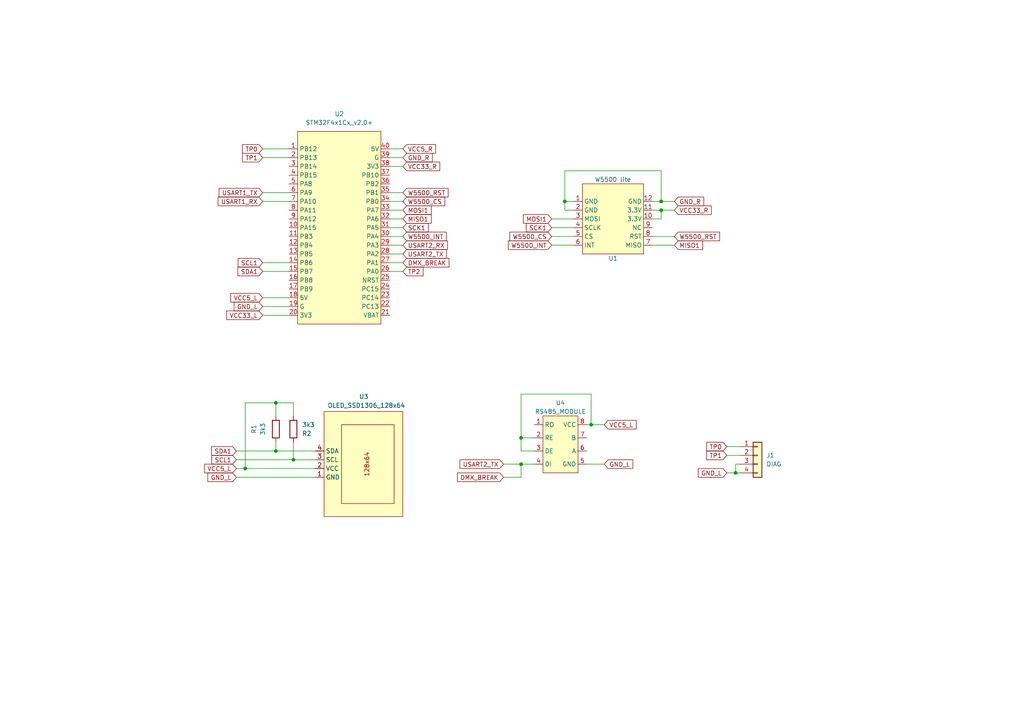
<source format=kicad_sch>
(kicad_sch (version 20231120) (generator "eeschema") (generator_version "8.0")
  (paper "A4")
  (lib_symbols
    (symbol "Connector_Generic:Conn_01x04" (pin_names (offset 1.016) hide)
      (property "Reference" "J" (at 0 5.08 0))
      (property "Value" "Conn_01x04" (at 0 -7.62 0))
      (symbol "Conn_01x04_1_1"
        (rectangle (start -1.27 -4.953) (end 0 -5.207) (stroke (width 0.1524)))
        (rectangle (start -1.27 -2.413) (end 0 -2.667) (stroke (width 0.1524)))
        (rectangle (start -1.27 0.127) (end 0 -0.127) (stroke (width 0.1524)))
        (rectangle (start -1.27 2.667) (end 0 2.413) (stroke (width 0.1524)))
        (rectangle (start -1.27 3.81) (end 1.27 -6.35) (stroke (width 0.254)) (fill (type background)))
        (pin passive line (at -5.08 2.54 0) (length 3.81) (name "Pin_1") (number "1"))
        (pin passive line (at -5.08 0 0) (length 3.81) (name "Pin_2") (number "2"))
        (pin passive line (at -5.08 -2.54 0) (length 3.81) (name "Pin_3") (number "3"))
        (pin passive line (at -5.08 -5.08 0) (length 3.81) (name "Pin_4") (number "4"))
      )
    )
    (symbol "Device:R" (pin_numbers hide) (pin_names (offset 0))
      (property "Reference" "R" (at 2.032 0 90))
      (property "Value" "R" (at 0 0 90))
      (symbol "R_0_1"
        (rectangle (start -1.016 -2.54) (end 1.016 2.54) (stroke (width 0.254)))
      )
      (symbol "R_1_1"
        (pin passive line (at 0 3.81 270) (length 1.27) (name "~") (number "1"))
        (pin passive line (at 0 -3.81 90) (length 1.27) (name "~") (number "2"))
      )
    )
    (symbol "LensRotaryDecoder:W5500"
      (property "Reference" "U" (at 0 3.81 0))
      (property "Value" "W5500" (at 0 1.27 0))
      (symbol "W5500_0_1"
        (rectangle (start -8.89 2.54) (end 8.89 -17.78) (fill (type background)))
      )
      (symbol "W5500_1_1"
        (pin passive line (at -11.43 -2.54 0) (length 2.54) (name "GND") (number "1"))
        (pin power_in line (at 11.43 -7.62 180) (length 2.54) (name "3.3V") (number "10"))
        (pin power_in line (at 11.43 -5.08 180) (length 2.54) (name "3.3V") (number "11"))
        (pin passive line (at 11.43 -2.54 180) (length 2.54) (name "GND") (number "12"))
        (pin passive line (at -11.43 -5.08 0) (length 2.54) (name "GND") (number "2"))
        (pin input line (at -11.43 -7.62 0) (length 2.54) (name "MOSI") (number "3"))
        (pin input line (at -11.43 -10.16 0) (length 2.54) (name "SCLK") (number "4"))
        (pin input line (at -11.43 -12.7 0) (length 2.54) (name "CS") (number "5"))
        (pin output line (at -11.43 -15.24 0) (length 2.54) (name "INT") (number "6"))
        (pin output line (at 11.43 -15.24 180) (length 2.54) (name "MISO") (number "7"))
        (pin input line (at 11.43 -12.7 180) (length 2.54) (name "RST") (number "8"))
        (pin free line (at 11.43 -10.16 180) (length 2.54) (name "NC") (number "9"))
      )
    )
    (symbol "New_Library:OLED_SSD1306_128x64"
      (property "Reference" "U" (at 10.668 1.778 0))
      (symbol "OLED_SSD1306_128x64_1_1"
        (rectangle (start -15.24 0) (end 15.24 -22.86) (fill (type background)))
        (rectangle (start -11.43 -5.08) (end 11.43 -20.32))
        (text "128x64" (at 0 -12.446 0) (effects (font (size 1.27 1.27))))
        (pin passive line (at -3.81 2.54 270) (length 2.54) (name "GND") (number "1"))
        (pin power_in line (at -1.27 2.54 270) (length 2.54) (name "VCC") (number "2"))
        (pin input line (at 1.27 2.54 270) (length 2.54) (name "SCL") (number "3"))
        (pin bidirectional line (at 3.81 2.54 270) (length 2.54) (name "SDA") (number "4"))
      )
    )
    (symbol "New_Library:RS485_MODUL"
      (property "Reference" "U" (at 0 0 0))
      (symbol "RS485_MODUL_1_1"
        (rectangle (start -5.08 -1.27) (end 5.08 -17.78) (fill (type background)))
        (pin passive line (at -7.62 -3.81 0) (length 2.54) (name "RO") (number "1"))
        (pin passive line (at -7.62 -7.62 0) (length 2.54) (name "RE") (number "2"))
        (pin passive line (at -7.62 -11.43 0) (length 2.54) (name "DE") (number "3"))
        (pin passive line (at -7.62 -15.24 0) (length 2.54) (name "DI") (number "4"))
        (pin passive line (at 7.62 -15.24 180) (length 2.54) (name "GND") (number "5"))
        (pin passive line (at 7.62 -11.43 180) (length 2.54) (name "A") (number "6"))
        (pin passive line (at 7.62 -7.62 180) (length 2.54) (name "B") (number "7"))
        (pin passive line (at 7.62 -3.81 180) (length 2.54) (name "VCC") (number "8"))
      )
    )
    (symbol "New_Library:STM32F4x1Cx_v2.0+"
      (property "Reference" "U" (at 0 2.54 0))
      (property "Value" "STM32F4x1Cx_v2.0+" (at 1.27 -1.27 0))
      (symbol "STM32F4x1Cx_v2.0+_0_1"
        (rectangle (start -10.16 1.27) (end 13.97 -54.61) (fill (type background)))
      )
      (symbol "STM32F4x1Cx_v2.0+_1_1"
        (pin bidirectional line (at -12.7 -3.81 0) (length 2.54) (name "PB12") (number "1"))
        (pin bidirectional line (at -12.7 -26.67 0) (length 2.54) (name "PA15") (number "10"))
        (pin bidirectional line (at -12.7 -29.21 0) (length 2.54) (name "PB3") (number "11"))
        (pin bidirectional line (at -12.7 -31.75 0) (length 2.54) (name "PB4") (number "12"))
        (pin bidirectional line (at -12.7 -34.29 0) (length 2.54) (name "PB5") (number "13"))
        (pin bidirectional line (at -12.7 -36.83 0) (length 2.54) (name "PB6") (number "14"))
        (pin bidirectional line (at -12.7 -39.37 0) (length 2.54) (name "PB7") (number "15"))
        (pin bidirectional line (at -12.7 -41.91 0) (length 2.54) (name "PB8") (number "16"))
        (pin bidirectional line (at -12.7 -44.45 0) (length 2.54) (name "PB9") (number "17"))
        (pin power_out line (at -12.7 -46.99 0) (length 2.54) (name "5V") (number "18"))
        (pin passive line (at -12.7 -49.53 0) (length 2.54) (name "G") (number "19"))
        (pin bidirectional line (at -12.7 -6.35 0) (length 2.54) (name "PB13") (number "2"))
        (pin power_out line (at -12.7 -52.07 0) (length 2.54) (name "3V3") (number "20"))
        (pin input line (at 16.51 -52.07 180) (length 2.54) (name "VBAT") (number "21"))
        (pin bidirectional line (at 16.51 -49.53 180) (length 2.54) (name "PC13") (number "22"))
        (pin bidirectional line (at 16.51 -46.99 180) (length 2.54) (name "PC14") (number "23"))
        (pin bidirectional line (at 16.51 -44.45 180) (length 2.54) (name "PC15") (number "24"))
        (pin bidirectional line (at 16.51 -41.91 180) (length 2.54) (name "NRST") (number "25"))
        (pin bidirectional line (at 16.51 -39.37 180) (length 2.54) (name "PA0") (number "26"))
        (pin bidirectional line (at 16.51 -36.83 180) (length 2.54) (name "PA1") (number "27"))
        (pin bidirectional line (at 16.51 -34.29 180) (length 2.54) (name "PA2") (number "28"))
        (pin bidirectional line (at 16.51 -31.75 180) (length 2.54) (name "PA3") (number "29"))
        (pin bidirectional line (at -12.7 -8.89 0) (length 2.54) (name "PB14") (number "3"))
        (pin bidirectional line (at 16.51 -29.21 180) (length 2.54) (name "PA4") (number "30"))
        (pin bidirectional line (at 16.51 -26.67 180) (length 2.54) (name "PA5") (number "31"))
        (pin bidirectional line (at 16.51 -24.13 180) (length 2.54) (name "PA6") (number "32"))
        (pin bidirectional line (at 16.51 -21.59 180) (length 2.54) (name "PA7") (number "33"))
        (pin bidirectional line (at 16.51 -19.05 180) (length 2.54) (name "PB0") (number "34"))
        (pin bidirectional line (at 16.51 -16.51 180) (length 2.54) (name "PB1") (number "35"))
        (pin bidirectional line (at 16.51 -13.97 180) (length 2.54) (name "PB2") (number "36"))
        (pin bidirectional line (at 16.51 -11.43 180) (length 2.54) (name "PB10") (number "37"))
        (pin power_out line (at 16.51 -8.89 180) (length 2.54) (name "3V3") (number "38"))
        (pin passive line (at 16.51 -6.35 180) (length 2.54) (name "G") (number "39"))
        (pin bidirectional line (at -12.7 -11.43 0) (length 2.54) (name "PB15") (number "4"))
        (pin power_out line (at 16.51 -3.81 180) (length 2.54) (name "5V") (number "40"))
        (pin bidirectional line (at -12.7 -13.97 0) (length 2.54) (name "PA8") (number "5"))
        (pin bidirectional line (at -12.7 -16.51 0) (length 2.54) (name "PA9") (number "6"))
        (pin bidirectional line (at -12.7 -19.05 0) (length 2.54) (name "PA10") (number "7"))
        (pin bidirectional line (at -12.7 -21.59 0) (length 2.54) (name "PA11") (number "8"))
        (pin bidirectional line (at -12.7 -24.13 0) (length 2.54) (name "PA12") (number "9"))
      )
    )
  )
  (junction (at 171.45 123.19))
  (junction (at 191.77 58.42))
  (junction (at 213.36 137.16))
  (junction (at 85.09 133.35))
  (junction (at 151.13 134.62))
  (junction (at 191.77 60.96))
  (junction (at 80.01 116.84))
  (junction (at 71.12 135.89))
  (junction (at 163.83 58.42))
  (junction (at 80.01 130.81))
  (junction (at 151.13 127))
  (wire (pts (xy 76.2 58.42) (xy 83.82 58.42)))
  (wire (pts (xy 151.13 114.3) (xy 151.13 127)))
  (wire (pts (xy 113.03 58.42) (xy 116.84 58.42)))
  (wire (pts (xy 76.2 76.2) (xy 83.82 76.2)))
  (wire (pts (xy 191.77 63.5) (xy 191.77 60.96)))
  (wire (pts (xy 151.13 138.43) (xy 151.13 134.62)))
  (wire (pts (xy 113.03 55.88) (xy 116.84 55.88)))
  (wire (pts (xy 171.45 114.3) (xy 151.13 114.3)))
  (wire (pts (xy 80.01 128.27) (xy 80.01 130.81)))
  (wire (pts (xy 85.09 116.84) (xy 80.01 116.84)))
  (wire (pts (xy 76.2 45.72) (xy 83.82 45.72)))
  (wire (pts (xy 163.83 58.42) (xy 163.83 49.53)))
  (wire (pts (xy 68.58 138.43) (xy 91.44 138.43)))
  (wire (pts (xy 171.45 123.19) (xy 175.26 123.19)))
  (wire (pts (xy 113.03 60.96) (xy 116.84 60.96)))
  (wire (pts (xy 213.36 134.62) (xy 213.36 137.16)))
  (wire (pts (xy 113.03 78.74) (xy 116.84 78.74)))
  (wire (pts (xy 210.82 132.08) (xy 214.63 132.08)))
  (wire (pts (xy 163.83 60.96) (xy 166.37 60.96)))
  (wire (pts (xy 71.12 116.84) (xy 71.12 135.89)))
  (wire (pts (xy 170.18 123.19) (xy 171.45 123.19)))
  (wire (pts (xy 191.77 58.42) (xy 195.58 58.42)))
  (wire (pts (xy 160.02 66.04) (xy 166.37 66.04)))
  (wire (pts (xy 191.77 49.53) (xy 191.77 58.42)))
  (wire (pts (xy 76.2 78.74) (xy 83.82 78.74)))
  (wire (pts (xy 68.58 133.35) (xy 85.09 133.35)))
  (wire (pts (xy 85.09 133.35) (xy 91.44 133.35)))
  (wire (pts (xy 189.23 60.96) (xy 191.77 60.96)))
  (wire (pts (xy 113.03 73.66) (xy 116.84 73.66)))
  (wire (pts (xy 163.83 49.53) (xy 191.77 49.53)))
  (wire (pts (xy 151.13 130.81) (xy 154.94 130.81)))
  (wire (pts (xy 160.02 68.58) (xy 166.37 68.58)))
  (wire (pts (xy 171.45 123.19) (xy 171.45 114.3)))
  (wire (pts (xy 214.63 134.62) (xy 213.36 134.62)))
  (wire (pts (xy 213.36 137.16) (xy 214.63 137.16)))
  (wire (pts (xy 113.03 63.5) (xy 116.84 63.5)))
  (wire (pts (xy 68.58 130.81) (xy 80.01 130.81)))
  (wire (pts (xy 146.05 138.43) (xy 151.13 138.43)))
  (wire (pts (xy 170.18 134.62) (xy 175.26 134.62)))
  (wire (pts (xy 76.2 88.9) (xy 83.82 88.9)))
  (wire (pts (xy 113.03 76.2) (xy 116.84 76.2)))
  (wire (pts (xy 71.12 116.84) (xy 80.01 116.84)))
  (wire (pts (xy 160.02 71.12) (xy 166.37 71.12)))
  (wire (pts (xy 76.2 91.44) (xy 83.82 91.44)))
  (wire (pts (xy 76.2 86.36) (xy 83.82 86.36)))
  (wire (pts (xy 113.03 43.18) (xy 116.84 43.18)))
  (wire (pts (xy 113.03 48.26) (xy 116.84 48.26)))
  (wire (pts (xy 189.23 63.5) (xy 191.77 63.5)))
  (wire (pts (xy 189.23 58.42) (xy 191.77 58.42)))
  (wire (pts (xy 189.23 68.58) (xy 195.58 68.58)))
  (wire (pts (xy 163.83 58.42) (xy 166.37 58.42)))
  (wire (pts (xy 146.05 134.62) (xy 151.13 134.62)))
  (wire (pts (xy 210.82 137.16) (xy 213.36 137.16)))
  (wire (pts (xy 113.03 66.04) (xy 116.84 66.04)))
  (wire (pts (xy 113.03 71.12) (xy 116.84 71.12)))
  (wire (pts (xy 85.09 128.27) (xy 85.09 133.35)))
  (wire (pts (xy 76.2 55.88) (xy 83.82 55.88)))
  (wire (pts (xy 189.23 71.12) (xy 195.58 71.12)))
  (wire (pts (xy 151.13 127) (xy 154.94 127)))
  (wire (pts (xy 191.77 60.96) (xy 195.58 60.96)))
  (wire (pts (xy 80.01 116.84) (xy 80.01 120.65)))
  (wire (pts (xy 68.58 135.89) (xy 71.12 135.89)))
  (wire (pts (xy 151.13 134.62) (xy 154.94 134.62)))
  (wire (pts (xy 80.01 130.81) (xy 91.44 130.81)))
  (wire (pts (xy 113.03 45.72) (xy 116.84 45.72)))
  (wire (pts (xy 151.13 127) (xy 151.13 130.81)))
  (wire (pts (xy 71.12 135.89) (xy 91.44 135.89)))
  (wire (pts (xy 113.03 68.58) (xy 116.84 68.58)))
  (wire (pts (xy 76.2 43.18) (xy 83.82 43.18)))
  (wire (pts (xy 85.09 116.84) (xy 85.09 120.65)))
  (wire (pts (xy 163.83 58.42) (xy 163.83 60.96)))
  (wire (pts (xy 160.02 63.5) (xy 166.37 63.5)))
  (wire (pts (xy 210.82 129.54) (xy 214.63 129.54)))
  (global_label "W5500_INT" (shape input) (at 160.02 71.12 180) (property "Intersheetrefs" "${INTERSHEET_REFS}" (effects (hide yes))))
  (global_label "GND_L" (shape input) (at 76.2 88.9 180) (property "Intersheetrefs" "${INTERSHEET_REFS}" (effects (hide yes))))
  (global_label "SCK1" (shape input) (at 116.84 66.04 0) (property "Intersheetrefs" "${INTERSHEET_REFS}" (effects (hide yes))))
  (global_label "SCK1" (shape input) (at 160.02 66.04 180) (property "Intersheetrefs" "${INTERSHEET_REFS}" (effects (hide yes))))
  (global_label "MISO1" (shape input) (at 195.58 71.12 0) (property "Intersheetrefs" "${INTERSHEET_REFS}" (effects (hide yes))))
  (global_label "SDA1" (shape input) (at 68.58 130.81 180) (property "Intersheetrefs" "${INTERSHEET_REFS}" (effects (hide yes))))
  (global_label "USART1_RX" (shape input) (at 76.2 58.42 180) (property "Intersheetrefs" "${INTERSHEET_REFS}" (effects (hide yes))))
  (global_label "VCC33_R" (shape input) (at 195.58 60.96 0) (property "Intersheetrefs" "${INTERSHEET_REFS}" (effects (hide yes))))
  (global_label "GND_L" (shape input) (at 175.26 134.62 0) (property "Intersheetrefs" "${INTERSHEET_REFS}" (effects (hide yes))))
  (global_label "VCC5_L" (shape input) (at 68.58 135.89 180) (property "Intersheetrefs" "${INTERSHEET_REFS}" (effects (hide yes))))
  (global_label "MOSI1" (shape input) (at 160.02 63.5 180) (property "Intersheetrefs" "${INTERSHEET_REFS}" (effects (hide yes))))
  (global_label "MOSI1" (shape input) (at 116.84 60.96 0) (property "Intersheetrefs" "${INTERSHEET_REFS}" (effects (hide yes))))
  (global_label "TP2" (shape input) (at 116.84 78.74 0) (property "Intersheetrefs" "${INTERSHEET_REFS}" (effects (hide yes))))
  (global_label "DMX_BREAK" (shape input) (at 146.05 138.43 180) (property "Intersheetrefs" "${INTERSHEET_REFS}" (effects (hide yes))))
  (global_label "USART1_TX" (shape input) (at 76.2 55.88 180) (property "Intersheetrefs" "${INTERSHEET_REFS}" (effects (hide yes))))
  (global_label "W5500_RST" (shape input) (at 195.58 68.58 0) (property "Intersheetrefs" "${INTERSHEET_REFS}" (effects (hide yes))))
  (global_label "SDA1" (shape input) (at 76.2 78.74 180) (property "Intersheetrefs" "${INTERSHEET_REFS}" (effects (hide yes))))
  (global_label "DMX_BREAK" (shape input) (at 116.84 76.2 0) (property "Intersheetrefs" "${INTERSHEET_REFS}" (effects (hide yes))))
  (global_label "MISO1" (shape input) (at 116.84 63.5 0) (property "Intersheetrefs" "${INTERSHEET_REFS}" (effects (hide yes))))
  (global_label "USART2_TX" (shape input) (at 116.84 73.66 0) (property "Intersheetrefs" "${INTERSHEET_REFS}" (effects (hide yes))))
  (global_label "W5500_CS" (shape input) (at 160.02 68.58 180) (property "Intersheetrefs" "${INTERSHEET_REFS}" (effects (hide yes))))
  (global_label "GND_L" (shape input) (at 210.82 137.16 180) (property "Intersheetrefs" "${INTERSHEET_REFS}" (effects (hide yes))))
  (global_label "USART2_RX" (shape input) (at 116.84 71.12 0) (property "Intersheetrefs" "${INTERSHEET_REFS}" (effects (hide yes))))
  (global_label "TP1" (shape input) (at 210.82 132.08 180) (property "Intersheetrefs" "${INTERSHEET_REFS}" (effects (hide yes))))
  (global_label "TP0" (shape input) (at 76.2 43.18 180) (property "Intersheetrefs" "${INTERSHEET_REFS}" (effects (hide yes))))
  (global_label "GND_L" (shape input) (at 68.58 138.43 180) (property "Intersheetrefs" "${INTERSHEET_REFS}" (effects (hide yes))))
  (global_label "VCC5_L" (shape input) (at 175.26 123.19 0) (property "Intersheetrefs" "${INTERSHEET_REFS}" (effects (hide yes))))
  (global_label "VCC33_L" (shape input) (at 76.2 91.44 180) (property "Intersheetrefs" "${INTERSHEET_REFS}" (effects (hide yes))))
  (global_label "TP1" (shape input) (at 76.2 45.72 180) (property "Intersheetrefs" "${INTERSHEET_REFS}" (effects (hide yes))))
  (global_label "W5500_CS" (shape input) (at 116.84 58.42 0) (property "Intersheetrefs" "${INTERSHEET_REFS}" (effects (hide yes))))
  (global_label "SCL1" (shape input) (at 68.58 133.35 180) (property "Intersheetrefs" "${INTERSHEET_REFS}" (effects (hide yes))))
  (global_label "VCC5_L" (shape input) (at 76.2 86.36 180) (property "Intersheetrefs" "${INTERSHEET_REFS}" (effects (hide yes))))
  (global_label "SCL1" (shape input) (at 76.2 76.2 180) (property "Intersheetrefs" "${INTERSHEET_REFS}" (effects (hide yes))))
  (global_label "VCC33_R" (shape input) (at 116.84 48.26 0) (property "Intersheetrefs" "${INTERSHEET_REFS}" (effects (hide yes))))
  (global_label "USART2_TX" (shape input) (at 146.05 134.62 180) (property "Intersheetrefs" "${INTERSHEET_REFS}" (effects (hide yes))))
  (global_label "W5500_INT" (shape input) (at 116.84 68.58 0) (property "Intersheetrefs" "${INTERSHEET_REFS}" (effects (hide yes))))
  (global_label "GND_R" (shape input) (at 195.58 58.42 0) (property "Intersheetrefs" "${INTERSHEET_REFS}" (effects (hide yes))))
  (global_label "GND_R" (shape input) (at 116.84 45.72 0) (property "Intersheetrefs" "${INTERSHEET_REFS}" (effects (hide yes))))
  (global_label "VCC5_R" (shape input) (at 116.84 43.18 0) (property "Intersheetrefs" "${INTERSHEET_REFS}" (effects (hide yes))))
  (global_label "W5500_RST" (shape input) (at 116.84 55.88 0) (property "Intersheetrefs" "${INTERSHEET_REFS}" (effects (hide yes))))
  (global_label "TP0" (shape input) (at 210.82 129.54 180) (property "Intersheetrefs" "${INTERSHEET_REFS}" (effects (hide yes))))
  (symbol (lib_id "New_Library:OLED_SSD1306_128x64") (at 93.98 134.62 90) (unit 1)
    (property "Reference" "U3" (at 104.14 115.062 90) (effects (justify right)))
    (property "Value" "OLED_SSD1306_128x64" (at 94.996 117.602 90) (effects (justify right)))
    (property "Footprint" "Library:OLED_SSD1306_128x64" (effects (hide yes)))
  )
  (symbol (lib_id "Device:R") (at 85.09 124.46 0) (mirror x) (unit 1)
    (property "Reference" "R2" (at 87.63 125.7301 0) (effects (justify left)))
    (property "Value" "3k3" (at 87.63 123.1901 0) (effects (justify left)))
    (property "Footprint" "Resistor_THT:R_Axial_DIN0204_L3.6mm_D1.6mm_P7.62mm_Horizontal" (effects (hide yes)))
    (property "Description" "Resistor" (effects (hide yes)))
  )
  (symbol (lib_id "Device:R") (at 80.01 124.46 0) (unit 1)
    (property "Reference" "R1" (at 73.66 124.46 90))
    (property "Value" "3k3" (at 76.2 124.46 90))
    (property "Footprint" "Resistor_THT:R_Axial_DIN0204_L3.6mm_D1.6mm_P7.62mm_Horizontal" (effects (hide yes)))
    (property "Description" "Resistor" (effects (hide yes)))
  )
  (symbol (lib_id "New_Library:STM32F4x1Cx_v2.0+") (at 96.52 39.37 0) (unit 1)
    (property "Reference" "U2" (at 98.425 33.02 0))
    (property "Value" "STM32F4x1Cx_v2.0+" (at 98.425 35.56 0))
    (property "Footprint" "Package_DIP:DIP-40_W15.24mm_LongPads" (effects (hide yes)))
  )
  (symbol (lib_id "LensRotaryDecoder:W5500") (at 177.8 55.88 0) (unit 1)
    (property "Reference" "U1" (at 177.8 74.93 0))
    (property "Value" "W5500 lite" (at 177.8 52.07 0))
    (property "Footprint" "Library:W5500_Lite" (effects (hide yes)))
  )
  (symbol (lib_id "Connector_Generic:Conn_01x04") (at 219.71 132.08 0) (unit 1)
    (property "Reference" "J1" (at 222.25 132.0799 0) (effects (justify left)))
    (property "Value" "DIAG" (at 222.25 134.6199 0) (effects (justify left)))
    (property "Footprint" "Connector_PinHeader_2.54mm:PinHeader_1x04_P2.54mm_Vertical" (effects (hide yes)))
  )
  (symbol (lib_id "New_Library:RS485_MODUL") (at 162.56 119.38 0) (unit 1)
    (property "Reference" "U4" (at 162.56 116.84 0))
    (property "Value" "RS485_MODULE" (at 162.56 119.38 0))
    (property "Footprint" "Library:RS485_MODULE" (effects (hide yes)))
  )
)
</source>
